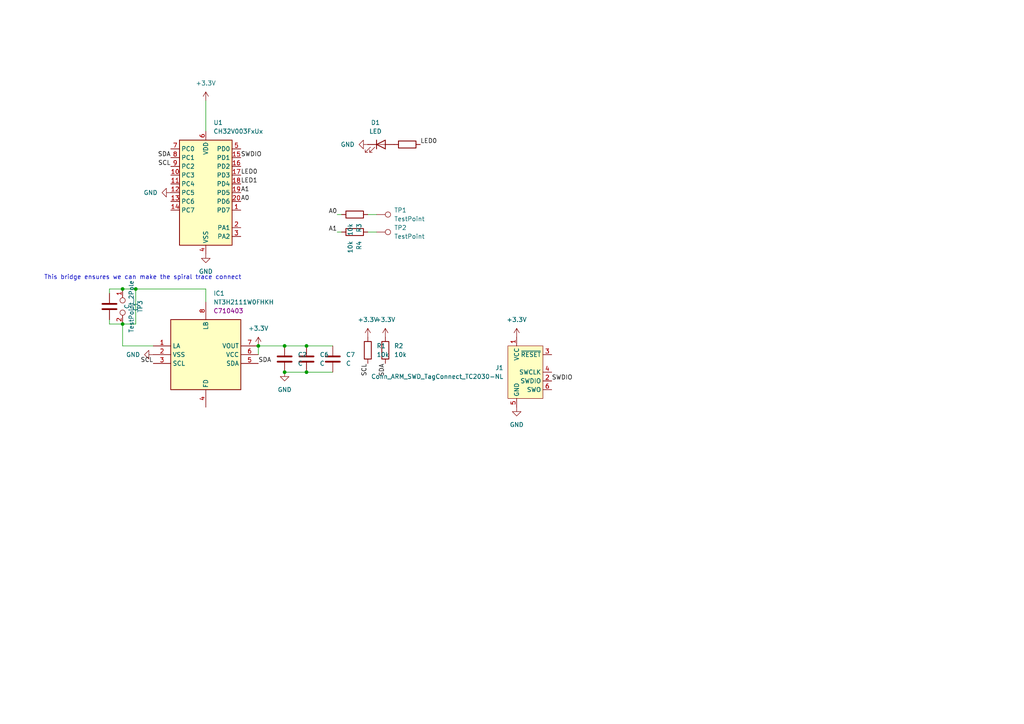
<source format=kicad_sch>
(kicad_sch (version 20231120) (generator "eeschema") (generator_version "8.0")
  (paper "A4")
  (lib_symbols
    (symbol "Connector:Conn_ARM_SWD_TagConnect_TC2030-NL" (in_bom no)
      (property "Reference" "J" (at 2.54 11.43 0))
      (property "Value" "Conn_ARM_SWD_TagConnect_TC2030-NL" (at 2.54 8.89 0))
      (symbol "Conn_ARM_SWD_TagConnect_TC2030-NL_0_0"
        (pin power_in line (at -2.54 10.16 270) (length 2.54) (name "VCC") (number "1"))
        (pin bidirectional line (at 7.62 -2.54 180) (length 2.54) (name "SWDIO") (number "2"))
        (pin open_collector line (at 7.62 5.08 180) (length 2.54) (name "~{RESET}") (number "3"))
        (pin output line (at 7.62 0 180) (length 2.54) (name "SWCLK") (number "4"))
        (pin power_in line (at -2.54 -10.16 90) (length 2.54) (name "GND") (number "5"))
        (pin input line (at 7.62 -5.08 180) (length 2.54) (name "SWO") (number "6"))
      )
      (symbol "Conn_ARM_SWD_TagConnect_TC2030-NL_0_1"
        (rectangle (start -5.08 7.62) (end 5.08 -7.62) (fill (type background)))
      )
    )
    (symbol "Connector:TestPoint" (pin_numbers hide) (pin_names (offset 0.762) hide)
      (property "Reference" "TP" (at 0 6.858 0))
      (property "Value" "TestPoint" (at 0 5.08 0))
      (symbol "TestPoint_0_1"
        (circle (center 0 3.302) (radius 0.762))
      )
      (symbol "TestPoint_1_1"
        (pin passive line (at 0 0 90) (length 2.54) (name "1") (number "1"))
      )
    )
    (symbol "Connector:TestPoint_2Pole" (pin_names (offset 0.762) hide)
      (property "Reference" "TP" (at 0 1.524 0))
      (property "Value" "TestPoint_2Pole" (at 0 -1.778 0))
      (symbol "TestPoint_2Pole_0_1"
        (circle (center -1.778 0) (radius 0.762))
        (circle (center 1.778 0) (radius 0.762))
        (pin passive line (at -5.08 0 0) (length 2.54) (name "1") (number "1"))
        (pin passive line (at 5.08 0 180) (length 2.54) (name "2") (number "2"))
      )
    )
    (symbol "Device:C" (pin_numbers hide) (pin_names (offset 0.254))
      (property "Reference" "C" (at 0.635 2.54 0))
      (property "Value" "C" (at 0.635 -2.54 0))
      (symbol "C_0_1"
        (polyline (pts (xy -2.032 -0.762) (xy 2.032 -0.762)) (stroke (width 0.508)))
        (polyline (pts (xy -2.032 0.762) (xy 2.032 0.762)) (stroke (width 0.508)))
      )
      (symbol "C_1_1"
        (pin passive line (at 0 3.81 270) (length 2.794) (name "~") (number "1"))
        (pin passive line (at 0 -3.81 90) (length 2.794) (name "~") (number "2"))
      )
    )
    (symbol "Device:LED" (pin_numbers hide) (pin_names (offset 1.016) hide)
      (property "Reference" "D" (at 0 2.54 0))
      (property "Value" "LED" (at 0 -2.54 0))
      (symbol "LED_0_1"
        (polyline (pts (xy -1.27 -1.27) (xy -1.27 1.27)) (stroke (width 0.254)))
        (polyline (pts (xy -1.27 0) (xy 1.27 0)))
        (polyline (pts (xy 1.27 -1.27) (xy 1.27 1.27) (xy -1.27 0) (xy 1.27 -1.27)) (stroke (width 0.254)))
        (polyline (pts (xy -3.048 -0.762) (xy -4.572 -2.286) (xy -3.81 -2.286) (xy -4.572 -2.286) (xy -4.572 -1.524)))
        (polyline (pts (xy -1.778 -0.762) (xy -3.302 -2.286) (xy -2.54 -2.286) (xy -3.302 -2.286) (xy -3.302 -1.524)))
      )
      (symbol "LED_1_1"
        (pin passive line (at -3.81 0 0) (length 2.54) (name "K") (number "1"))
        (pin passive line (at 3.81 0 180) (length 2.54) (name "A") (number "2"))
      )
    )
    (symbol "Device:R" (pin_numbers hide) (pin_names (offset 0))
      (property "Reference" "R" (at 2.032 0 90))
      (property "Value" "R" (at 0 0 90))
      (symbol "R_0_1"
        (rectangle (start -1.016 -2.54) (end 1.016 2.54) (stroke (width 0.254)))
      )
      (symbol "R_1_1"
        (pin passive line (at 0 3.81 270) (length 1.27) (name "~") (number "1"))
        (pin passive line (at 0 -3.81 90) (length 1.27) (name "~") (number "2"))
      )
    )
    (symbol "Library:NT3H2111W0FHKH"
      (property "Reference" "IC" (at 26.67 12.7 0))
      (property "Value" "NT3H2111W0FHKH" (at 26.67 10.16 0))
      (property "LCSC Part" "C710403" (at 0 0 0))
      (symbol "NT3H2111W0FHKH_1_1"
        (rectangle (start 5.08 7.62) (end 25.4 -12.7) (stroke (width 0.254)) (fill (type background)))
        (pin passive line (at 0 0 0) (length 5.08) (name "LA") (number "1"))
        (pin passive line (at 0 -2.54 0) (length 5.08) (name "VSS") (number "2"))
        (pin passive line (at 0 -5.08 0) (length 5.08) (name "SCL") (number "3"))
        (pin passive line (at 15.24 -17.78 90) (length 5.08) (name "FD") (number "4"))
        (pin passive line (at 30.48 -5.08 180) (length 5.08) (name "SDA") (number "5"))
        (pin passive line (at 30.48 -2.54 180) (length 5.08) (name "VCC") (number "6"))
        (pin passive line (at 30.48 0 180) (length 5.08) (name "VOUT") (number "7"))
        (pin passive line (at 15.24 12.7 270) (length 5.08) (name "LB") (number "8"))
      )
    )
    (symbol "MCU_WCH_CH32V0:CH32V003FxUx"
      (property "Reference" "U" (at -7.62 17.78 0))
      (property "Value" "CH32V003FxUx" (at 7.62 17.78 0))
      (symbol "CH32V003FxUx_1_1"
        (rectangle (start -7.62 15.24) (end 7.62 -15.24) (stroke (width 0.254)) (fill (type background)))
        (pin bidirectional line (at 10.16 -5.08 180) (length 2.54) (name "PD7") (number "1"))
        (pin bidirectional line (at -10.16 5.08 0) (length 2.54) (name "PC3") (number "10"))
        (pin bidirectional line (at -10.16 2.54 0) (length 2.54) (name "PC4") (number "11"))
        (pin bidirectional line (at -10.16 0 0) (length 2.54) (name "PC5") (number "12"))
        (pin bidirectional line (at -10.16 -2.54 0) (length 2.54) (name "PC6") (number "13"))
        (pin bidirectional line (at -10.16 -5.08 0) (length 2.54) (name "PC7") (number "14"))
        (pin bidirectional line (at 10.16 10.16 180) (length 2.54) (name "PD1") (number "15"))
        (pin bidirectional line (at 10.16 7.62 180) (length 2.54) (name "PD2") (number "16"))
        (pin bidirectional line (at 10.16 5.08 180) (length 2.54) (name "PD3") (number "17"))
        (pin bidirectional line (at 10.16 2.54 180) (length 2.54) (name "PD4") (number "18"))
        (pin bidirectional line (at 10.16 0 180) (length 2.54) (name "PD5") (number "19"))
        (pin bidirectional line (at 10.16 -10.16 180) (length 2.54) (name "PA1") (number "2"))
        (pin bidirectional line (at 10.16 -2.54 180) (length 2.54) (name "PD6") (number "20"))
        (pin passive line (at 0 -17.78 90) (length 2.54) hide (name "VSS") (number "21"))
        (pin bidirectional line (at 10.16 -12.7 180) (length 2.54) (name "PA2") (number "3"))
        (pin power_in line (at 0 -17.78 90) (length 2.54) (name "VSS") (number "4"))
        (pin bidirectional line (at 10.16 12.7 180) (length 2.54) (name "PD0") (number "5"))
        (pin power_in line (at 0 17.78 270) (length 2.54) (name "VDD") (number "6"))
        (pin bidirectional line (at -10.16 12.7 0) (length 2.54) (name "PC0") (number "7"))
        (pin bidirectional line (at -10.16 10.16 0) (length 2.54) (name "PC1") (number "8"))
        (pin bidirectional line (at -10.16 7.62 0) (length 2.54) (name "PC2") (number "9"))
      )
    )
    (symbol "power:+3.3V" (power) (pin_numbers hide) (pin_names (offset 0) hide)
      (property "Value" "+3.3V" (at 0 3.556 0))
      (symbol "+3.3V_0_1"
        (polyline (pts (xy -0.762 1.27) (xy 0 2.54)))
        (polyline (pts (xy 0 0) (xy 0 2.54)))
        (polyline (pts (xy 0 2.54) (xy 0.762 1.27)))
      )
      (symbol "+3.3V_1_1"
        (pin power_in line (at 0 0 90) (length 0) (name "~") (number "1"))
      )
    )
    (symbol "power:GND" (power) (pin_numbers hide) (pin_names (offset 0) hide)
      (property "Value" "GND" (at 0 -3.81 0))
      (symbol "GND_0_1"
        (polyline (pts (xy 0 0) (xy 0 -1.27) (xy 1.27 -1.27) (xy 0 -2.54) (xy -1.27 -1.27) (xy 0 -1.27)))
      )
      (symbol "GND_1_1"
        (pin power_in line (at 0 0 270) (length 0) (name "~") (number "1"))
      )
    )
  )
  (junction (at 35.56 83.82))
  (junction (at 88.9 107.95))
  (junction (at 35.56 93.98))
  (junction (at 82.55 100.33))
  (junction (at 88.9 100.33))
  (junction (at 39.37 83.82))
  (junction (at 82.55 107.95))
  (junction (at 74.93 100.33))
  (wire (pts (xy 39.37 83.82) (xy 59.69 83.82)))
  (wire (pts (xy 44.45 100.33) (xy 35.56 100.33)))
  (wire (pts (xy 74.93 100.33) (xy 82.55 100.33)))
  (wire (pts (xy 88.9 100.33) (xy 96.52 100.33)))
  (wire (pts (xy 97.79 62.23) (xy 99.06 62.23)))
  (wire (pts (xy 59.69 29.21) (xy 59.69 38.1)))
  (wire (pts (xy 59.69 83.82) (xy 59.69 87.63)))
  (wire (pts (xy 74.93 100.33) (xy 74.93 102.87)))
  (wire (pts (xy 82.55 107.95) (xy 88.9 107.95)))
  (wire (pts (xy 97.79 67.31) (xy 99.06 67.31)))
  (wire (pts (xy 82.55 100.33) (xy 88.9 100.33)))
  (wire (pts (xy 109.22 67.31) (xy 106.68 67.31)))
  (wire (pts (xy 31.75 83.82) (xy 31.75 85.09)))
  (wire (pts (xy 31.75 93.98) (xy 31.75 92.71)))
  (wire (pts (xy 88.9 107.95) (xy 96.52 107.95)))
  (wire (pts (xy 109.22 62.23) (xy 106.68 62.23)))
  (wire (pts (xy 35.56 83.82) (xy 31.75 83.82)))
  (wire (pts (xy 35.56 93.98) (xy 39.37 93.98)))
  (wire (pts (xy 35.56 93.98) (xy 31.75 93.98)))
  (wire (pts (xy 39.37 93.98) (xy 39.37 83.82)))
  (wire (pts (xy 35.56 83.82) (xy 39.37 83.82)))
  (wire (pts (xy 35.56 100.33) (xy 35.56 93.98)))
  (text "This bridge ensures we can make the spiral trace connect" (at 41.402 80.518 0) (effects (font (size 1.27 1.27))))
  (label "A1" (at 69.85 55.88 0))
  (label "LED0" (at 121.92 41.91 0))
  (label "SCL" (at 106.68 105.41 270))
  (label "A0" (at 97.79 62.23 180))
  (label "LED0" (at 69.85 50.8 0))
  (label "SCL" (at 49.53 48.26 180))
  (label "SDA" (at 49.53 45.72 180))
  (label "SWDIO" (at 160.02 110.49 0))
  (label "LED1" (at 69.85 53.34 0))
  (label "SDA" (at 111.76 105.41 270))
  (label "SDA" (at 74.93 105.41 0))
  (label "A1" (at 97.79 67.31 180))
  (label "SWDIO" (at 69.85 45.72 0))
  (label "A0" (at 69.85 58.42 0))
  (label "SCL" (at 44.45 105.41 180))
  (symbol (lib_id "Device:R") (at 106.68 101.6 0) (unit 1)
    (property "Reference" "R1" (at 109.22 100.3299 0) (effects (justify left)))
    (property "Value" "10k" (at 109.22 102.8699 0) (effects (justify left)))
    (property "Footprint" "Resistor_SMD:R_0402_1005Metric" (effects (hide yes)))
    (property "Description" "Resistor" (effects (hide yes)))
  )
  (symbol (lib_id "power:GND") (at 59.69 73.66 0) (unit 1)
    (property "Reference" "#PWR02" (effects (hide yes)))
    (property "Value" "GND" (at 59.69 78.74 0))
    (property "Description" "Power symbol creates a global label with name \"GND\" , ground" (effects (hide yes)))
  )
  (symbol (lib_id "power:GND") (at 149.86 118.11 0) (unit 1)
    (property "Reference" "#PWR08" (effects (hide yes)))
    (property "Value" "GND" (at 149.86 123.19 0))
  )
  (symbol (lib_id "Library:NT3H2111W0FHKH") (at 44.45 100.33 0) (unit 1)
    (property "Reference" "IC1" (at 61.8841 85.09 0) (effects (justify left)))
    (property "Value" "NT3H2111W0FHKH" (at 61.8841 87.63 0) (effects (justify left)))
    (property "Footprint" "Library:QFN50P160X160X50-8N" (effects (hide yes)))
    (property "Datasheet" "http://www.nxp.com/docs/en/data-sheet/NT3H2111_2211.pdf" (effects (hide yes)))
    (property "Description" "RFID Transponders BL SECURE MOBILE TRANSACTIONS" (effects (hide yes)))
    (property "Height" "0.5" (effects (hide yes)))
    (property "Mouser Part Number" "771-NT3H2111W0FHKH" (effects (hide yes)))
    (property "Mouser Price/Stock" "https://www.mouser.co.uk/ProductDetail/NXP-Semiconductors/NT3H2111W0FHKH?qs=5ptrxOxu%252BRZMzi3WKYp3lA%3D%3D" (effects (hide yes)))
    (property "Manufacturer_Name" "NXP" (effects (hide yes)))
    (property "Manufacturer_Part_Number" "NT3H2111W0FHKH" (effects (hide yes)))
    (property "LCSC Part" "C710403" (at 61.8841 90.17 0) (effects (justify left)))
  )
  (symbol (lib_id "power:+3.3V") (at 74.93 100.33 0) (unit 1)
    (property "Reference" "#PWR010" (effects (hide yes)))
    (property "Value" "+3.3V" (at 74.93 95.25 0))
    (property "Description" "Power symbol creates a global label with name \"+3.3V\"" (effects (hide yes)))
  )
  (symbol (lib_id "Device:C") (at 82.55 104.14 0) (unit 1)
    (property "Reference" "C2" (at 86.36 102.8699 0) (effects (justify left)))
    (property "Value" "C" (at 86.36 105.4099 0) (effects (justify left)))
    (property "Footprint" "Capacitor_SMD:C_0402_1005Metric" (effects (hide yes)))
    (property "Description" "Unpolarized capacitor" (effects (hide yes)))
  )
  (symbol (lib_id "Device:C") (at 88.9 104.14 0) (unit 1)
    (property "Reference" "C6" (at 92.71 102.8699 0) (effects (justify left)))
    (property "Value" "C" (at 92.71 105.4099 0) (effects (justify left)))
    (property "Footprint" "Capacitor_SMD:C_0402_1005Metric" (effects (hide yes)))
    (property "Description" "Unpolarized capacitor" (effects (hide yes)))
  )
  (symbol (lib_id "Device:R") (at 118.11 41.91 270) (unit 1)
    (property "Reference" "R5" (effects (hide yes)))
    (property "Value" "1k" (effects (hide yes)))
    (property "Footprint" "Resistor_SMD:R_0402_1005Metric" (effects (hide yes)))
    (property "Description" "Resistor" (effects (hide yes)))
  )
  (symbol (lib_id "power:+3.3V") (at 111.76 97.79 0) (unit 1)
    (property "Reference" "#PWR012" (effects (hide yes)))
    (property "Value" "+3.3V" (at 111.76 92.71 0))
    (property "Description" "Power symbol creates a global label with name \"+3.3V\"" (effects (hide yes)))
  )
  (symbol (lib_id "Connector:TestPoint") (at 109.22 62.23 270) (unit 1)
    (property "Reference" "TP1" (at 114.3 60.9599 90) (effects (justify left)))
    (property "Value" "TestPoint" (at 114.3 63.4999 90) (effects (justify left)))
    (property "Description" "test point" (effects (hide yes)))
  )
  (symbol (lib_id "Device:C") (at 31.75 88.9 0) (unit 1)
    (property "Reference" "C1" (at 39.37 88.9 90))
    (property "Value" "C" (at 36.83 88.9 90))
    (property "Footprint" "Capacitor_SMD:C_0603_1608Metric" (effects (hide yes)))
    (property "Description" "Unpolarized capacitor" (effects (hide yes)))
  )
  (symbol (lib_id "power:+3.3V") (at 106.68 97.79 0) (unit 1)
    (property "Reference" "#PWR011" (effects (hide yes)))
    (property "Value" "+3.3V" (at 106.68 92.71 0))
    (property "Description" "Power symbol creates a global label with name \"+3.3V\"" (effects (hide yes)))
  )
  (symbol (lib_id "Device:R") (at 102.87 67.31 270) (unit 1)
    (property "Reference" "R4" (at 104.1401 69.85 0) (effects (justify left)))
    (property "Value" "10k" (at 101.6001 69.85 0) (effects (justify left)))
    (property "Footprint" "Resistor_SMD:R_0402_1005Metric" (effects (hide yes)))
    (property "Description" "Resistor" (effects (hide yes)))
  )
  (symbol (lib_id "power:GND") (at 49.53 55.88 270) (unit 1)
    (property "Reference" "#PWR4" (effects (hide yes)))
    (property "Value" "GND" (at 45.72 55.8799 90) (effects (justify right)))
    (property "Description" "Power symbol creates a global label with name \"GND\" , ground" (effects (hide yes)))
  )
  (symbol (lib_id "power:+3.3V") (at 59.69 29.21 0) (unit 1)
    (property "Reference" "#PWR09" (effects (hide yes)))
    (property "Value" "+3.3V" (at 59.69 24.13 0))
    (property "Description" "Power symbol creates a global label with name \"+3.3V\"" (effects (hide yes)))
  )
  (symbol (lib_id "power:+3.3V") (at 149.86 97.79 0) (unit 1)
    (property "Reference" "#PWR07" (effects (hide yes)))
    (property "Value" "+3.3V" (at 149.86 92.71 0))
    (property "Description" "Power symbol creates a global label with name \"+3.3V\"" (effects (hide yes)))
  )
  (symbol (lib_id "MCU_WCH_CH32V0:CH32V003FxUx") (at 59.69 55.88 0) (unit 1)
    (property "Reference" "U1" (at 61.8841 35.56 0) (effects (justify left)))
    (property "Value" "CH32V003FxUx" (at 61.8841 38.1 0) (effects (justify left)))
    (property "Footprint" "Package_DFN_QFN:QFN-20-1EP_3x3mm_P0.4mm_EP1.65x1.65mm" (effects (hide yes)))
    (property "Datasheet" "https://www.wch-ic.com/products/CH32V003.html" (effects (hide yes)))
    (property "Description" "CH32V003 series are industrial-grade general-purpose microcontrollers designed based on 32-bit RISC-V instruction set and architecture. It adopts QingKe V2A core, RV32EC instruction set, and supports 2 levels of interrupt nesting. The series are mounted with rich peripheral interfaces and function modules. Its internal organizational structure meets the low-cost and low-power embedded application scenarios." (effects (hide yes)))
  )
  (symbol (lib_id "power:GND") (at 44.45 102.87 270) (unit 1)
    (property "Reference" "#PWR01" (effects (hide yes)))
    (property "Value" "GND" (at 40.64 102.8699 90) (effects (justify right)))
    (property "Description" "Power symbol creates a global label with name \"GND\" , ground" (effects (hide yes)))
  )
  (symbol (lib_id "Connector:TestPoint_2Pole") (at 35.56 88.9 270) (unit 1)
    (property "Reference" "TP3" (at 40.64 88.9 0))
    (property "Value" "TestPoint_2Pole" (at 38.1 88.9 0))
    (property "Description" "2-polar test point" (effects (hide yes)))
  )
  (symbol (lib_id "power:GND") (at 106.68 41.91 270) (unit 1)
    (property "Reference" "#PWR05" (effects (hide yes)))
    (property "Value" "GND" (at 102.87 41.9099 90) (effects (justify right)))
    (property "Description" "Power symbol creates a global label with name \"GND\" , ground" (effects (hide yes)))
  )
  (symbol (lib_id "power:GND") (at 82.55 107.95 0) (unit 1)
    (property "Reference" "#PWR03" (effects (hide yes)))
    (property "Value" "GND" (at 82.55 113.03 0))
    (property "Description" "Power symbol creates a global label with name \"GND\" , ground" (effects (hide yes)))
  )
  (symbol (lib_id "Device:R") (at 111.76 101.6 0) (unit 1)
    (property "Reference" "R2" (at 114.3 100.3299 0) (effects (justify left)))
    (property "Value" "10k" (at 114.3 102.8699 0) (effects (justify left)))
    (property "Footprint" "Resistor_SMD:R_0402_1005Metric" (effects (hide yes)))
    (property "Description" "Resistor" (effects (hide yes)))
  )
  (symbol (lib_id "Device:C") (at 96.52 104.14 0) (unit 1)
    (property "Reference" "C7" (at 100.33 102.8699 0) (effects (justify left)))
    (property "Value" "C" (at 100.33 105.4099 0) (effects (justify left)))
    (property "Footprint" "Capacitor_SMD:C_0402_1005Metric" (effects (hide yes)))
    (property "Description" "Unpolarized capacitor" (effects (hide yes)))
  )
  (symbol (lib_id "Device:LED") (at 110.49 41.91 0) (unit 1)
    (property "Reference" "D1" (at 108.9025 35.56 0))
    (property "Value" "LED" (at 108.9025 38.1 0))
    (property "Footprint" "LED_SMD:LED_0402_1005Metric" (effects (hide yes)))
    (property "Description" "Light emitting diode" (effects (hide yes)))
  )
  (symbol (lib_id "Connector:Conn_ARM_SWD_TagConnect_TC2030-NL") (at 152.4 107.95 0) (unit 1) (in_bom no)
    (property "Reference" "J1" (at 146.05 106.6799 0) (effects (justify right)))
    (property "Value" "Conn_ARM_SWD_TagConnect_TC2030-NL" (at 146.05 109.2199 0) (effects (justify right)))
    (property "Footprint" "Connector:Tag-Connect_TC2030-IDC-NL_2x03_P1.27mm_Vertical" (effects (hide yes)))
    (property "Datasheet" "https://www.tag-connect.com/wp-content/uploads/bsk-pdf-manager/TC2030-CTX_1.pdf" (effects (hide yes)))
    (property "Description" "Tag-Connect ARM Cortex SWD JTAG connector, 6 pin, no legs" (effects (hide yes)))
  )
  (symbol (lib_id "Device:R") (at 102.87 62.23 270) (unit 1)
    (property "Reference" "R3" (at 104.1401 64.77 0) (effects (justify left)))
    (property "Value" "10k" (at 101.6001 64.77 0) (effects (justify left)))
    (property "Footprint" "Resistor_SMD:R_0402_1005Metric" (effects (hide yes)))
    (property "Description" "Resistor" (effects (hide yes)))
  )
  (symbol (lib_id "Connector:TestPoint") (at 109.22 67.31 270) (unit 1)
    (property "Reference" "TP2" (at 114.3 66.0399 90) (effects (justify left)))
    (property "Value" "TestPoint" (at 114.3 68.5799 90) (effects (justify left)))
    (property "Description" "test point" (effects (hide yes)))
  )
)
</source>
